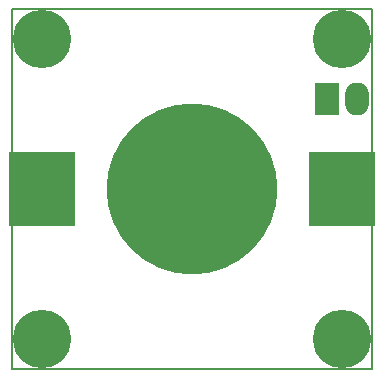
<source format=gts>
G04 (created by PCBNEW (2013-mar-13)-testing) date Sunday 21 April 2013 10:40:16 PM IST*
%MOIN*%
G04 Gerber Fmt 3.4, Leading zero omitted, Abs format*
%FSLAX34Y34*%
G01*
G70*
G90*
G04 APERTURE LIST*
%ADD10C,0.003*%
%ADD11C,0.005*%
%ADD12C,0.195*%
%ADD13R,0.08X0.11*%
%ADD14O,0.08X0.11*%
%ADD15R,0.22X0.245*%
%ADD16C,0.57*%
G04 APERTURE END LIST*
G54D10*
G54D11*
X10000Y-22000D02*
X10000Y-10000D01*
X22000Y-22000D02*
X10000Y-22000D01*
X22000Y-10000D02*
X22000Y-22000D01*
X10000Y-10000D02*
X22000Y-10000D01*
G54D12*
X21000Y-11000D03*
X11000Y-11000D03*
X11000Y-21000D03*
X21000Y-21000D03*
G54D13*
X20500Y-13000D03*
G54D14*
X21500Y-13000D03*
G54D15*
X21000Y-16000D03*
X11000Y-16000D03*
G54D16*
X16000Y-16000D03*
M02*

</source>
